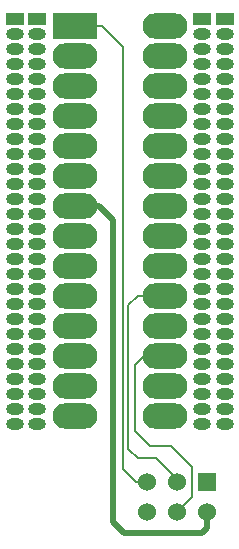
<source format=gbl>
%FSLAX34Y34*%
G04 Gerber Fmt 3.4, Leading zero omitted, Abs format*
G04 (created by PCBNEW (2013-12-05 BZR 4523)-product) date Fri 06 Dec 2013 07:50:23 PM CET*
%MOIN*%
G01*
G70*
G90*
G04 APERTURE LIST*
%ADD10C,0.005906*%
%ADD11O,0.150000X0.085000*%
%ADD12R,0.150000X0.085000*%
%ADD13O,0.059055X0.039370*%
%ADD14R,0.059055X0.039370*%
%ADD15R,0.060000X0.060000*%
%ADD16C,0.060000*%
%ADD17C,0.008000*%
%ADD18C,0.020000*%
G04 APERTURE END LIST*
G54D10*
G54D11*
X56000Y-24500D03*
X56000Y-25500D03*
X56000Y-26500D03*
X56000Y-27500D03*
X56000Y-28500D03*
X56000Y-29500D03*
X56000Y-30500D03*
X56000Y-31500D03*
X56000Y-32500D03*
X56000Y-33500D03*
X56000Y-34500D03*
X56000Y-35500D03*
X56000Y-36500D03*
G54D12*
X56000Y-23500D03*
G54D11*
X59000Y-36500D03*
X59000Y-35500D03*
X59000Y-34500D03*
X59000Y-33500D03*
X59000Y-32500D03*
X59000Y-31500D03*
X59000Y-30500D03*
X59000Y-29500D03*
X59000Y-28500D03*
X59000Y-27500D03*
X59000Y-26500D03*
X59000Y-25500D03*
X59000Y-24500D03*
X59000Y-23500D03*
G54D13*
X54000Y-36750D03*
X54000Y-36250D03*
X54000Y-35750D03*
X54000Y-35250D03*
X54000Y-34750D03*
X54000Y-34250D03*
X54000Y-33750D03*
X54000Y-30250D03*
X54000Y-30750D03*
X54000Y-31250D03*
X54000Y-31750D03*
X54000Y-32250D03*
X54000Y-32750D03*
X54000Y-33250D03*
X60250Y-36750D03*
X60250Y-36250D03*
X60250Y-35750D03*
X60250Y-35250D03*
X60250Y-34750D03*
X60250Y-34250D03*
X60250Y-33750D03*
X60250Y-30250D03*
X60250Y-30750D03*
X60250Y-31250D03*
X60250Y-31750D03*
X60250Y-32250D03*
X60250Y-32750D03*
X60250Y-33250D03*
X54750Y-29750D03*
X54750Y-29250D03*
X54750Y-28750D03*
X54750Y-28250D03*
X54750Y-27750D03*
X54750Y-27250D03*
X54750Y-26750D03*
G54D14*
X54750Y-23250D03*
G54D13*
X54750Y-23750D03*
X54750Y-24250D03*
X54750Y-24750D03*
X54750Y-25250D03*
X54750Y-25750D03*
X54750Y-26250D03*
X54750Y-36750D03*
X54750Y-36250D03*
X54750Y-35750D03*
X54750Y-35250D03*
X54750Y-34750D03*
X54750Y-34250D03*
X54750Y-33750D03*
X54750Y-30250D03*
X54750Y-30750D03*
X54750Y-31250D03*
X54750Y-31750D03*
X54750Y-32250D03*
X54750Y-32750D03*
X54750Y-33250D03*
X61000Y-36750D03*
X61000Y-36250D03*
X61000Y-35750D03*
X61000Y-35250D03*
X61000Y-34750D03*
X61000Y-34250D03*
X61000Y-33750D03*
X61000Y-30250D03*
X61000Y-30750D03*
X61000Y-31250D03*
X61000Y-31750D03*
X61000Y-32250D03*
X61000Y-32750D03*
X61000Y-33250D03*
X61000Y-29750D03*
X61000Y-29250D03*
X61000Y-28750D03*
X61000Y-28250D03*
X61000Y-27750D03*
X61000Y-27250D03*
X61000Y-26750D03*
G54D14*
X61000Y-23250D03*
G54D13*
X61000Y-23750D03*
X61000Y-24250D03*
X61000Y-24750D03*
X61000Y-25250D03*
X61000Y-25750D03*
X61000Y-26250D03*
X60250Y-29750D03*
X60250Y-29250D03*
X60250Y-28750D03*
X60250Y-28250D03*
X60250Y-27750D03*
X60250Y-27250D03*
X60250Y-26750D03*
G54D14*
X60250Y-23250D03*
G54D13*
X60250Y-23750D03*
X60250Y-24250D03*
X60250Y-24750D03*
X60250Y-25250D03*
X60250Y-25750D03*
X60250Y-26250D03*
X54000Y-29750D03*
X54000Y-29250D03*
X54000Y-28750D03*
X54000Y-28250D03*
X54000Y-27750D03*
X54000Y-27250D03*
X54000Y-26750D03*
G54D14*
X54000Y-23250D03*
G54D13*
X54000Y-23750D03*
X54000Y-24250D03*
X54000Y-24750D03*
X54000Y-25250D03*
X54000Y-25750D03*
X54000Y-26250D03*
G54D15*
X60400Y-38700D03*
G54D16*
X60400Y-39700D03*
X59400Y-38700D03*
X59400Y-39700D03*
X58400Y-38700D03*
X58400Y-39700D03*
G54D17*
X59000Y-34500D02*
X58300Y-34500D01*
X59900Y-39200D02*
X59400Y-39700D01*
X59900Y-38200D02*
X59900Y-39200D01*
X59200Y-37500D02*
X59900Y-38200D01*
X58500Y-37500D02*
X59200Y-37500D01*
X58000Y-37000D02*
X58500Y-37500D01*
X58000Y-34800D02*
X58000Y-37000D01*
X58300Y-34500D02*
X58000Y-34800D01*
X57611Y-38267D02*
X58044Y-38700D01*
X56900Y-23500D02*
X57611Y-24211D01*
X57611Y-24211D02*
X57611Y-38267D01*
X56000Y-23500D02*
X56900Y-23500D01*
X58044Y-38700D02*
X58400Y-38700D01*
X59400Y-38700D02*
X59400Y-38600D01*
X58100Y-32500D02*
X59000Y-32500D01*
X57796Y-32803D02*
X58100Y-32500D01*
X57796Y-37596D02*
X57796Y-32803D01*
X58100Y-37900D02*
X57796Y-37596D01*
X58700Y-37900D02*
X58100Y-37900D01*
X59400Y-38600D02*
X58700Y-37900D01*
G54D18*
X56000Y-29500D02*
X56822Y-29500D01*
X60400Y-40229D02*
X60400Y-39700D01*
X60236Y-40393D02*
X60400Y-40229D01*
X57637Y-40393D02*
X60236Y-40393D01*
X57283Y-40039D02*
X57637Y-40393D01*
X57283Y-29960D02*
X57283Y-40039D01*
X56822Y-29500D02*
X57283Y-29960D01*
M02*

</source>
